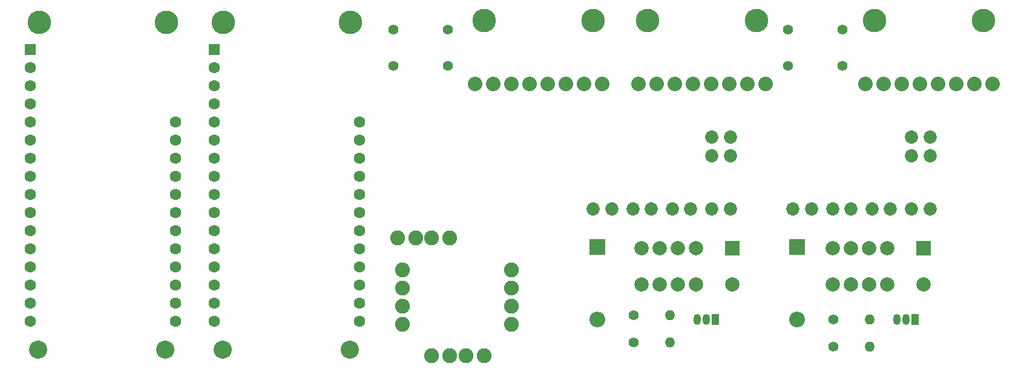
<source format=gbs>
%TF.GenerationSoftware,KiCad,Pcbnew,(6.0.4)*%
%TF.CreationDate,2022-04-07T11:47:19-07:00*%
%TF.ProjectId,2c1u,72666b76-6d2e-46b6-9963-61645f706362,rev?*%
%TF.SameCoordinates,Original*%
%TF.FileFunction,Soldermask,Bot*%
%TF.FilePolarity,Negative*%
%FSLAX46Y46*%
G04 Gerber Fmt 4.6, Leading zero omitted, Abs format (unit mm)*
G04 Created by KiCad (PCBNEW (6.0.4)) date 2022-04-07 11:47:19*
%MOMM*%
%LPD*%
G01*
G04 APERTURE LIST*
%ADD10C,1.853030*%
%ADD11C,1.397000*%
%ADD12C,1.400000*%
%ADD13O,1.400000X1.400000*%
%ADD14C,2.032000*%
%ADD15C,3.301600*%
%ADD16R,2.000000X2.000000*%
%ADD17C,2.000000*%
%ADD18C,2.540000*%
%ADD19R,1.600000X1.600000*%
%ADD20C,1.600000*%
%ADD21R,1.050000X1.500000*%
%ADD22O,1.050000X1.500000*%
%ADD23R,2.200000X2.200000*%
%ADD24O,2.200000X2.200000*%
%ADD25C,2.082800*%
G04 APERTURE END LIST*
D10*
%TO.C,TUSB2*%
X214761300Y-70937340D03*
X214761300Y-73543170D03*
X217338100Y-70937340D03*
X217338100Y-73543170D03*
X217338100Y-81040000D03*
X214761300Y-81040000D03*
X211808000Y-81040000D03*
X209231100Y-81040000D03*
X206277840Y-81040000D03*
X203700970Y-81040000D03*
X200747700Y-81040000D03*
X198170820Y-81040000D03*
%TD*%
D11*
%TO.C,SW2*%
X149860000Y-55880000D03*
X142240000Y-55880000D03*
X149860000Y-60960000D03*
X142240000Y-60960000D03*
%TD*%
D12*
%TO.C,R3*%
X175895000Y-99695000D03*
D13*
X180975000Y-99695000D03*
%TD*%
D14*
%TO.C,U2*%
X194310000Y-63500000D03*
X191770000Y-63500000D03*
X189230000Y-63500000D03*
X186690000Y-63500000D03*
X184150000Y-63500000D03*
X181610000Y-63500000D03*
X179070000Y-63500000D03*
X176530000Y-63500000D03*
D15*
X193040000Y-54610000D03*
X177800000Y-54610000D03*
%TD*%
D14*
%TO.C,U3*%
X226060000Y-63500000D03*
X223520000Y-63500000D03*
X220980000Y-63500000D03*
X218440000Y-63500000D03*
X215900000Y-63500000D03*
X213360000Y-63500000D03*
X210820000Y-63500000D03*
X208280000Y-63500000D03*
D15*
X224790000Y-54610000D03*
X209550000Y-54610000D03*
%TD*%
D16*
%TO.C,K1*%
X189679500Y-86492500D03*
D17*
X184599500Y-86492500D03*
X182059500Y-86492500D03*
X179519500Y-86492500D03*
X176979500Y-86492500D03*
X176979500Y-91572500D03*
X179519500Y-91572500D03*
X182059500Y-91572500D03*
X184599500Y-91572500D03*
X189679500Y-91572500D03*
%TD*%
D11*
%TO.C,SW3*%
X197485000Y-55880000D03*
X205105000Y-55880000D03*
X205105000Y-60960000D03*
X197485000Y-60960000D03*
%TD*%
D12*
%TO.C,R2*%
X203835000Y-96520000D03*
D13*
X208915000Y-96520000D03*
%TD*%
D10*
%TO.C,TUSB1*%
X186821300Y-70937340D03*
X186821300Y-73543170D03*
X189398100Y-70937340D03*
X189398100Y-73543170D03*
X189398100Y-81040000D03*
X186821300Y-81040000D03*
X183868000Y-81040000D03*
X181291100Y-81040000D03*
X178337840Y-81040000D03*
X175760970Y-81040000D03*
X172807700Y-81040000D03*
X170230820Y-81040000D03*
%TD*%
D14*
%TO.C,U1*%
X171450000Y-63500000D03*
X168910000Y-63500000D03*
X166370000Y-63500000D03*
X163830000Y-63500000D03*
X161290000Y-63500000D03*
X158750000Y-63500000D03*
X156210000Y-63500000D03*
X153670000Y-63500000D03*
D15*
X154940000Y-54610000D03*
X170180000Y-54610000D03*
%TD*%
D18*
%TO.C,A1*%
X110363000Y-100749100D03*
X92583000Y-100749100D03*
D19*
X91440000Y-58670000D03*
D20*
X91440000Y-61210000D03*
X91440000Y-63750000D03*
X91440000Y-66290000D03*
X91440000Y-68830000D03*
X91440000Y-71370000D03*
X91440000Y-73910000D03*
X91440000Y-76450000D03*
X91440000Y-78990000D03*
X91440000Y-81530000D03*
X91440000Y-84070000D03*
X91440000Y-86610000D03*
X91440000Y-89150000D03*
X91440000Y-91690000D03*
X91440000Y-94230000D03*
X91440000Y-96770000D03*
X111760000Y-96770000D03*
X111760000Y-94230000D03*
X111760000Y-91690000D03*
X111760000Y-89150000D03*
X111760000Y-86610000D03*
X111760000Y-84070000D03*
X111760000Y-81530000D03*
X111760000Y-78990000D03*
X111760000Y-76450000D03*
X111760000Y-73910000D03*
X111760000Y-71370000D03*
X111760000Y-68830000D03*
D15*
X92710001Y-54860001D03*
X110490001Y-54860001D03*
%TD*%
D18*
%TO.C,A2*%
X136124500Y-100753100D03*
X118344500Y-100753100D03*
D19*
X117201500Y-58674000D03*
D20*
X117201500Y-61214000D03*
X117201500Y-63754000D03*
X117201500Y-66294000D03*
X117201500Y-68834000D03*
X117201500Y-71374000D03*
X117201500Y-73914000D03*
X117201500Y-76454000D03*
X117201500Y-78994000D03*
X117201500Y-81534000D03*
X117201500Y-84074000D03*
X117201500Y-86614000D03*
X117201500Y-89154000D03*
X117201500Y-91694000D03*
X117201500Y-94234000D03*
X117201500Y-96774000D03*
X137521500Y-96774000D03*
X137521500Y-94234000D03*
X137521500Y-91694000D03*
X137521500Y-89154000D03*
X137521500Y-86614000D03*
X137521500Y-84074000D03*
X137521500Y-81534000D03*
X137521500Y-78994000D03*
X137521500Y-76454000D03*
X137521500Y-73914000D03*
X137521500Y-71374000D03*
X137521500Y-68834000D03*
D15*
X118471501Y-54864001D03*
X136251501Y-54864001D03*
%TD*%
D21*
%TO.C,Q2*%
X215265000Y-96520000D03*
D22*
X213995000Y-96520000D03*
X212725000Y-96520000D03*
%TD*%
D12*
%TO.C,R4*%
X203835000Y-100330000D03*
D13*
X208915000Y-100330000D03*
%TD*%
D16*
%TO.C,K2*%
X216392500Y-86492500D03*
D17*
X211312500Y-86492500D03*
X208772500Y-86492500D03*
X206232500Y-86492500D03*
X203692500Y-86492500D03*
X203692500Y-91572500D03*
X206232500Y-91572500D03*
X208772500Y-91572500D03*
X211312500Y-91572500D03*
X216392500Y-91572500D03*
%TD*%
D12*
%TO.C,R1*%
X175895000Y-95885000D03*
D13*
X180975000Y-95885000D03*
%TD*%
D21*
%TO.C,Q1*%
X187282000Y-96520000D03*
D22*
X186012000Y-96520000D03*
X184742000Y-96520000D03*
%TD*%
D23*
%TO.C,D2*%
X198755000Y-86360000D03*
D24*
X198755000Y-96520000D03*
%TD*%
D25*
%TO.C,SCB1*%
X143510000Y-97155000D03*
X158750000Y-97155000D03*
X150177500Y-85090000D03*
X154940000Y-101600000D03*
X150177500Y-101600000D03*
X145415000Y-85090000D03*
X158750000Y-94615000D03*
X143510000Y-94615000D03*
X142875000Y-85090000D03*
X152400000Y-101600000D03*
X147637500Y-85090000D03*
X158750000Y-92075000D03*
X147637500Y-101600000D03*
X143510000Y-92075000D03*
X158750000Y-89535000D03*
X143510000Y-89535000D03*
%TD*%
D23*
%TO.C,D1*%
X170772000Y-86360000D03*
D24*
X170772000Y-96520000D03*
%TD*%
M02*

</source>
